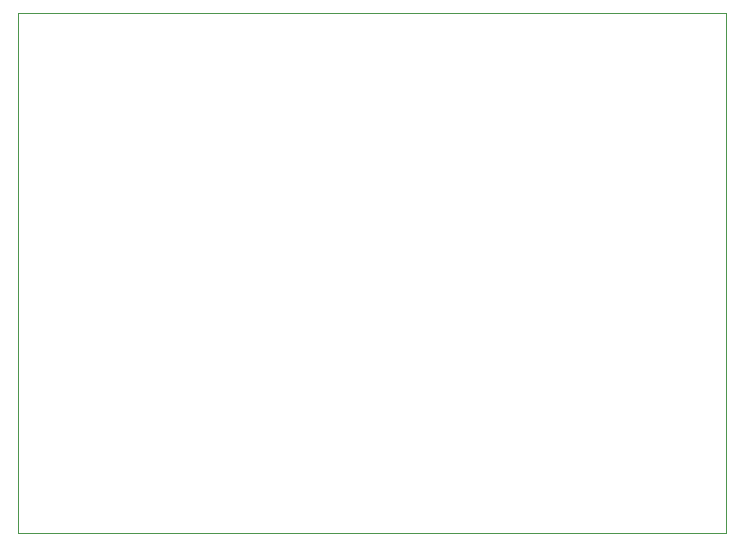
<source format=gbr>
%FSLAX34Y34*%
%MOMM*%
%LNOUTLINE*%
G71*
G01*
%ADD10C,0.002*%
%LPD*%
G54D10*
X-217850Y249650D02*
X382150Y249650D01*
X382150Y-190350D01*
X-217850Y-190350D01*
X-217850Y249650D01*
M02*

</source>
